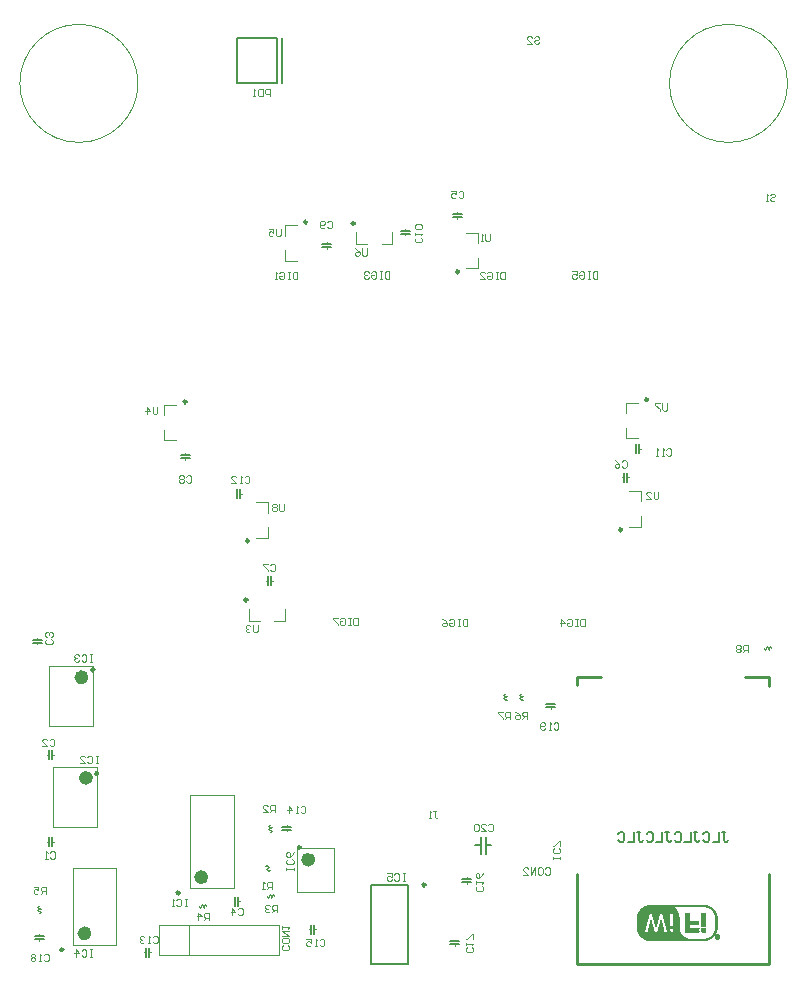
<source format=gbr>
%TF.GenerationSoftware,Altium Limited,Altium Designer,20.1.8 (145)*%
G04 Layer_Color=65535*
%FSLAX43Y43*%
%MOMM*%
%TF.SameCoordinates,D169B7AB-BDD6-48C1-BF66-756871F3EBFE*%
%TF.FilePolarity,Positive*%
%TF.FileFunction,Legend,Bot*%
%TF.Part,Single*%
G01*
G75*
%TA.AperFunction,NonConductor*%
%ADD80C,0.250*%
%ADD81C,0.600*%
%ADD82C,0.102*%
%ADD83C,0.254*%
%ADD84C,0.013*%
%ADD85C,0.152*%
%ADD86C,0.127*%
%ADD87C,0.150*%
D80*
X1003673Y1001657D02*
G03*
X1003673Y1001657I-125J0D01*
G01*
X1034350Y1007150D02*
G03*
X1034350Y1007150I-125J0D01*
G01*
X1013529Y1006468D02*
G03*
X1013529Y1006468I-125J0D01*
G01*
X1006600Y1016553D02*
G03*
X1006600Y1016553I-125J0D01*
G01*
X1006291Y1025362D02*
G03*
X1006291Y1025362I-125J0D01*
G01*
X1023793Y1010323D02*
G03*
X1023793Y1010323I-125J0D01*
G01*
X1037173Y1059056D02*
G03*
X1037173Y1059056I-125J0D01*
G01*
X1050984Y1037206D02*
G03*
X1050984Y1037206I-125J0D01*
G01*
X1019274Y1031264D02*
G03*
X1019274Y1031264I-125J0D01*
G01*
X1014122Y1048045D02*
G03*
X1014122Y1048045I-125J0D01*
G01*
X1024325Y1063253D02*
G03*
X1024325Y1063253I-125J0D01*
G01*
X1028350Y1063125D02*
G03*
X1028350Y1063125I-125J0D01*
G01*
X1053183Y1048235D02*
G03*
X1053183Y1048235I-125J0D01*
G01*
X1019390Y1036262D02*
G03*
X1019390Y1036262I-125J0D01*
G01*
D81*
X1005774Y1003033D02*
G03*
X1005774Y1003033I-300J0D01*
G01*
X1015655Y1007794D02*
G03*
X1015655Y1007794I-300J0D01*
G01*
X1005896Y1016202D02*
G03*
X1005896Y1016202I-300J0D01*
G01*
X1005515Y1024711D02*
G03*
X1005515Y1024711I-300J0D01*
G01*
X1024718Y1009279D02*
G03*
X1024718Y1009279I-300J0D01*
G01*
D82*
X1065000Y1075000D02*
G03*
X1065000Y1075000I-5000J0D01*
G01*
X1010000D02*
G03*
X1010000Y1075000I-5000J0D01*
G01*
X1004523Y1002082D02*
Y1008582D01*
X1008173Y1002082D02*
Y1008582D01*
X1004523Y1002082D02*
X1008173D01*
X1004523Y1008582D02*
X1008173D01*
X1001466Y1027495D02*
Y1027647D01*
Y1027901D02*
Y1028053D01*
X1018100Y1005774D02*
X1018252D01*
X1018506D02*
X1018658D01*
X1037048Y1063527D02*
Y1063679D01*
Y1063933D02*
Y1064085D01*
X1050994Y1041647D02*
X1051147D01*
X1051401D02*
X1051553D01*
X1021276Y1032881D02*
X1021428D01*
X1020870D02*
X1021022D01*
X1013997Y1043133D02*
Y1043285D01*
Y1043539D02*
Y1043692D01*
X1025974Y1060974D02*
Y1061126D01*
Y1061380D02*
Y1061532D01*
X1032650Y1062121D02*
Y1062273D01*
Y1062527D02*
Y1062679D01*
X1052460Y1044052D02*
X1052613D01*
X1052054D02*
X1052206D01*
X1018261Y1040257D02*
X1018413D01*
X1018667D02*
X1018819D01*
X1010538Y1001421D02*
X1010690D01*
X1010944D02*
X1011096D01*
X1037833Y1007246D02*
Y1007398D01*
Y1007652D02*
Y1007804D01*
X1036825Y1001946D02*
Y1002098D01*
Y1002352D02*
Y1002504D01*
X1022604Y1012082D02*
Y1012234D01*
Y1011676D02*
Y1011828D01*
X1024488Y1003400D02*
X1024640D01*
X1024894D02*
X1025046D01*
X1044950Y1022021D02*
Y1022174D01*
Y1022428D02*
Y1022580D01*
X1001641Y1002789D02*
Y1002941D01*
Y1002382D02*
Y1002535D01*
X1002699Y1010793D02*
X1002851D01*
X1002293D02*
X1002445D01*
X1002293Y1018159D02*
X1002445D01*
X1002699D02*
X1002851D01*
X1014404Y1006843D02*
Y1014743D01*
X1018104Y1006843D02*
Y1014743D01*
X1014404Y1006843D02*
X1018104D01*
X1014404Y1014743D02*
X1018104D01*
X1002847Y1012053D02*
X1006547D01*
X1002847Y1017153D02*
X1006547D01*
X1002847Y1012053D02*
Y1017153D01*
X1006547Y1012053D02*
Y1017153D01*
X1006166Y1020562D02*
Y1025662D01*
X1002466Y1020562D02*
Y1025662D01*
X1006166D01*
X1002466Y1020562D02*
X1006166D01*
X1026567Y1006530D02*
Y1010230D01*
X1023467Y1006530D02*
Y1010230D01*
Y1006530D02*
X1026567D01*
X1023467Y1010230D02*
X1026567D01*
X1038798Y1061457D02*
Y1062331D01*
X1037798D02*
X1038798D01*
Y1059331D02*
Y1060205D01*
X1037798Y1059331D02*
X1038798D01*
X1052609Y1039607D02*
Y1040481D01*
X1051609D02*
X1052609D01*
Y1037481D02*
Y1038355D01*
X1051609Y1037481D02*
X1052609D01*
X1021550Y1029514D02*
X1022424D01*
Y1030514D01*
X1019424Y1029514D02*
X1020298D01*
X1019424D02*
Y1030514D01*
X1012247Y1044770D02*
Y1045644D01*
Y1044770D02*
X1013247D01*
X1012247Y1046896D02*
Y1047770D01*
X1013247D01*
X1022450Y1059978D02*
Y1060852D01*
Y1059978D02*
X1023450D01*
X1022450Y1062104D02*
Y1062978D01*
X1023450D01*
X1030626Y1061375D02*
X1031500D01*
Y1062375D01*
X1028500Y1061375D02*
X1029374D01*
X1028500D02*
Y1062375D01*
X1051308Y1044960D02*
Y1045834D01*
Y1044960D02*
X1052308D01*
X1051308Y1047086D02*
Y1047960D01*
X1052308D01*
X1021015Y1038663D02*
Y1039537D01*
X1020015D02*
X1021015D01*
Y1036537D02*
Y1037411D01*
X1020015Y1036537D02*
X1021015D01*
X1020975Y1008293D02*
X1021140Y1008365D01*
X1020972Y1008431D02*
X1021140Y1008365D01*
X1020804Y1008496D02*
X1020972Y1008431D01*
X1020804Y1008496D02*
X1020969Y1008569D01*
X1021134Y1008641D01*
X1020966Y1008707D02*
X1021134Y1008641D01*
X1020798Y1008772D02*
X1020966Y1008707D01*
X1020798Y1008772D02*
X1020964Y1008845D01*
X1021207Y1011655D02*
X1021372Y1011727D01*
X1021204Y1011793D02*
X1021372Y1011727D01*
X1021036Y1011858D02*
X1021204Y1011793D01*
X1021036Y1011858D02*
X1021201Y1011931D01*
X1021366Y1012003D01*
X1021198Y1012069D02*
X1021366Y1012003D01*
X1021030Y1012134D02*
X1021198Y1012069D01*
X1021030Y1012134D02*
X1021196Y1012207D01*
X1041075Y1022758D02*
X1041240Y1022831D01*
X1041072Y1022896D02*
X1041240Y1022831D01*
X1040904Y1022962D02*
X1041072Y1022896D01*
X1040904Y1022962D02*
X1041069Y1023034D01*
X1041234Y1023106D01*
X1041066Y1023172D02*
X1041234Y1023106D01*
X1040898Y1023237D02*
X1041066Y1023172D01*
X1040898Y1023237D02*
X1041064Y1023310D01*
X1063528Y1027365D02*
X1063600Y1027200D01*
X1063462Y1027197D02*
X1063528Y1027365D01*
X1063397Y1027029D02*
X1063462Y1027197D01*
X1063324Y1027194D02*
X1063397Y1027029D01*
X1063252Y1027359D02*
X1063324Y1027194D01*
X1063186Y1027191D02*
X1063252Y1027359D01*
X1063121Y1027023D02*
X1063186Y1027191D01*
X1063048Y1027189D02*
X1063121Y1027023D01*
X1001650Y1004782D02*
X1001815Y1004854D01*
X1001647Y1004920D02*
X1001815Y1004854D01*
X1001479Y1004985D02*
X1001647Y1004920D01*
X1001479Y1004985D02*
X1001644Y1005058D01*
X1001809Y1005130D01*
X1001641Y1005196D02*
X1001809Y1005130D01*
X1001473Y1005261D02*
X1001641Y1005196D01*
X1001473Y1005261D02*
X1001639Y1005334D01*
X1042451Y1022758D02*
X1042616Y1022831D01*
X1042448Y1022896D02*
X1042616Y1022831D01*
X1042280Y1022962D02*
X1042448Y1022896D01*
X1042280Y1022962D02*
X1042445Y1023034D01*
X1042610Y1023106D01*
X1042442Y1023172D02*
X1042610Y1023106D01*
X1042274Y1023237D02*
X1042442Y1023172D01*
X1042274Y1023237D02*
X1042439Y1023310D01*
X1015687Y1005553D02*
X1015760Y1005387D01*
X1015622Y1005385D02*
X1015687Y1005553D01*
X1015556Y1005217D02*
X1015622Y1005385D01*
X1015484Y1005382D02*
X1015556Y1005217D01*
X1015411Y1005547D02*
X1015484Y1005382D01*
X1015346Y1005379D02*
X1015411Y1005547D01*
X1015280Y1005211D02*
X1015346Y1005379D01*
X1015208Y1005376D02*
X1015280Y1005211D01*
X1020952Y1006169D02*
X1021025Y1006004D01*
X1021090Y1006172D01*
X1021156Y1006340D01*
X1021228Y1006175D01*
X1021301Y1006010D01*
X1021366Y1006178D01*
X1021432Y1006346D01*
X1021504Y1006181D01*
X1011825Y1001233D02*
X1021985D01*
Y1003773D01*
X1011825D02*
X1021985D01*
X1011825Y1001233D02*
Y1003773D01*
X1014365Y1001233D02*
Y1003773D01*
X1043571Y1078868D02*
X1043672Y1078970D01*
X1043875D01*
X1043977Y1078868D01*
Y1078767D01*
X1043875Y1078665D01*
X1043672D01*
X1043571Y1078563D01*
Y1078462D01*
X1043672Y1078360D01*
X1043875D01*
X1043977Y1078462D01*
X1042961Y1078360D02*
X1043368D01*
X1042961Y1078767D01*
Y1078868D01*
X1043063Y1078970D01*
X1043266D01*
X1043368Y1078868D01*
X1021793Y1004829D02*
Y1005439D01*
X1021489D01*
X1021387Y1005337D01*
Y1005134D01*
X1021489Y1005032D01*
X1021793D01*
X1021590D02*
X1021387Y1004829D01*
X1021184Y1005337D02*
X1021082Y1005439D01*
X1020879D01*
X1020778Y1005337D01*
Y1005236D01*
X1020879Y1005134D01*
X1020981D01*
X1020879D01*
X1020778Y1005032D01*
Y1004931D01*
X1020879Y1004829D01*
X1021082D01*
X1021184Y1004931D01*
X1016004Y1004171D02*
Y1004780D01*
X1015699D01*
X1015598Y1004679D01*
Y1004476D01*
X1015699Y1004374D01*
X1016004D01*
X1015801D02*
X1015598Y1004171D01*
X1015090D02*
Y1004780D01*
X1015395Y1004476D01*
X1014988D01*
X1063548Y1065550D02*
X1063650Y1065651D01*
X1063853D01*
X1063954Y1065550D01*
Y1065448D01*
X1063853Y1065347D01*
X1063650D01*
X1063548Y1065245D01*
Y1065143D01*
X1063650Y1065042D01*
X1063853D01*
X1063954Y1065143D01*
X1063345Y1065042D02*
X1063142D01*
X1063244D01*
Y1065651D01*
X1063345Y1065550D01*
X1042965Y1021197D02*
Y1021806D01*
X1042660D01*
X1042559Y1021705D01*
Y1021502D01*
X1042660Y1021400D01*
X1042965D01*
X1042762D02*
X1042559Y1021197D01*
X1041949Y1021806D02*
X1042152Y1021705D01*
X1042356Y1021502D01*
Y1021298D01*
X1042254Y1021197D01*
X1042051D01*
X1041949Y1021298D01*
Y1021400D01*
X1042051Y1021502D01*
X1042356D01*
X1039646Y1012175D02*
X1039748Y1012276D01*
X1039951D01*
X1040053Y1012175D01*
Y1011768D01*
X1039951Y1011667D01*
X1039748D01*
X1039646Y1011768D01*
X1039037Y1011667D02*
X1039443D01*
X1039037Y1012073D01*
Y1012175D01*
X1039138Y1012276D01*
X1039342D01*
X1039443Y1012175D01*
X1038834D02*
X1038732Y1012276D01*
X1038529D01*
X1038427Y1012175D01*
Y1011768D01*
X1038529Y1011667D01*
X1038732D01*
X1038834Y1011768D01*
Y1012175D01*
X1035011Y1013403D02*
X1035214D01*
X1035112D01*
Y1012896D01*
X1035214Y1012794D01*
X1035315D01*
X1035417Y1012896D01*
X1034807Y1012794D02*
X1034604D01*
X1034706D01*
Y1013403D01*
X1034807Y1013302D01*
X1006627Y1018079D02*
X1006424D01*
X1006526D01*
Y1017470D01*
X1006627D01*
X1006424D01*
X1005713Y1017978D02*
X1005815Y1018079D01*
X1006018D01*
X1006119Y1017978D01*
Y1017571D01*
X1006018Y1017470D01*
X1005815D01*
X1005713Y1017571D01*
X1005104Y1017470D02*
X1005510D01*
X1005104Y1017876D01*
Y1017978D01*
X1005205Y1018079D01*
X1005408D01*
X1005510Y1017978D01*
X1002523Y1019423D02*
X1002624Y1019524D01*
X1002827D01*
X1002929Y1019423D01*
Y1019016D01*
X1002827Y1018915D01*
X1002624D01*
X1002523Y1019016D01*
X1001913Y1018915D02*
X1002319D01*
X1001913Y1019321D01*
Y1019423D01*
X1002015Y1019524D01*
X1002218D01*
X1002319Y1019423D01*
X1002550Y1009878D02*
X1002652Y1009980D01*
X1002855D01*
X1002956Y1009878D01*
Y1009472D01*
X1002855Y1009370D01*
X1002652D01*
X1002550Y1009472D01*
X1002347Y1009370D02*
X1002144D01*
X1002245D01*
Y1009980D01*
X1002347Y1009878D01*
X1045755Y1009313D02*
Y1009516D01*
Y1009415D01*
X1045145D01*
Y1009313D01*
Y1009516D01*
X1045653Y1010227D02*
X1045755Y1010126D01*
Y1009923D01*
X1045653Y1009821D01*
X1045247D01*
X1045145Y1009923D01*
Y1010126D01*
X1045247Y1010227D01*
X1045755Y1010431D02*
Y1010837D01*
X1045653D01*
X1045247Y1010431D01*
X1045145D01*
X1022358Y1039416D02*
Y1038909D01*
X1022256Y1038807D01*
X1022053D01*
X1021951Y1038909D01*
Y1039416D01*
X1021748Y1039315D02*
X1021647Y1039416D01*
X1021444D01*
X1021342Y1039315D01*
Y1039213D01*
X1021444Y1039112D01*
X1021342Y1039010D01*
Y1038909D01*
X1021444Y1038807D01*
X1021647D01*
X1021748Y1038909D01*
Y1039010D01*
X1021647Y1039112D01*
X1021748Y1039213D01*
Y1039315D01*
X1021647Y1039112D02*
X1021444D01*
X1054802Y1047908D02*
Y1047400D01*
X1054701Y1047299D01*
X1054498D01*
X1054396Y1047400D01*
Y1047908D01*
X1054193D02*
X1053787D01*
Y1047806D01*
X1054193Y1047400D01*
Y1047299D01*
X1029383Y1061030D02*
Y1060522D01*
X1029281Y1060420D01*
X1029078D01*
X1028977Y1060522D01*
Y1061030D01*
X1028367D02*
X1028570Y1060928D01*
X1028773Y1060725D01*
Y1060522D01*
X1028672Y1060420D01*
X1028469D01*
X1028367Y1060522D01*
Y1060623D01*
X1028469Y1060725D01*
X1028773D01*
X1022082Y1062677D02*
Y1062169D01*
X1021980Y1062068D01*
X1021777D01*
X1021675Y1062169D01*
Y1062677D01*
X1021066D02*
X1021472D01*
Y1062372D01*
X1021269Y1062474D01*
X1021168D01*
X1021066Y1062372D01*
Y1062169D01*
X1021168Y1062068D01*
X1021371D01*
X1021472Y1062169D01*
X1011643Y1047591D02*
Y1047083D01*
X1011542Y1046981D01*
X1011338D01*
X1011237Y1047083D01*
Y1047591D01*
X1010729Y1046981D02*
Y1047591D01*
X1011034Y1047286D01*
X1010627D01*
X1020133Y1029130D02*
Y1028622D01*
X1020031Y1028520D01*
X1019828D01*
X1019727Y1028622D01*
Y1029130D01*
X1019523Y1029028D02*
X1019422Y1029130D01*
X1019219D01*
X1019117Y1029028D01*
Y1028927D01*
X1019219Y1028825D01*
X1019320D01*
X1019219D01*
X1019117Y1028724D01*
Y1028622D01*
X1019219Y1028520D01*
X1019422D01*
X1019523Y1028622D01*
X1054068Y1040429D02*
Y1039921D01*
X1053967Y1039819D01*
X1053763D01*
X1053662Y1039921D01*
Y1040429D01*
X1053052Y1039819D02*
X1053459D01*
X1053052Y1040226D01*
Y1040327D01*
X1053154Y1040429D01*
X1053357D01*
X1053459Y1040327D01*
X1039832Y1062270D02*
Y1061762D01*
X1039730Y1061661D01*
X1039527D01*
X1039425Y1061762D01*
Y1062270D01*
X1039222Y1061661D02*
X1039019D01*
X1039121D01*
Y1062270D01*
X1039222Y1062169D01*
X1023493Y1059027D02*
Y1058418D01*
X1023188D01*
X1023087Y1058520D01*
Y1058926D01*
X1023188Y1059027D01*
X1023493D01*
X1022884D02*
X1022680D01*
X1022782D01*
Y1058418D01*
X1022884D01*
X1022680D01*
X1021969Y1058926D02*
X1022071Y1059027D01*
X1022274D01*
X1022376Y1058926D01*
Y1058520D01*
X1022274Y1058418D01*
X1022071D01*
X1021969Y1058520D01*
Y1058723D01*
X1022173D01*
X1021766Y1058418D02*
X1021563D01*
X1021665D01*
Y1059027D01*
X1021766Y1058926D01*
X1002185Y1006383D02*
Y1006992D01*
X1001880D01*
X1001779Y1006890D01*
Y1006687D01*
X1001880Y1006586D01*
X1002185D01*
X1001982D02*
X1001779Y1006383D01*
X1001169Y1006992D02*
X1001576D01*
Y1006687D01*
X1001373Y1006789D01*
X1001271D01*
X1001169Y1006687D01*
Y1006484D01*
X1001271Y1006383D01*
X1001474D01*
X1001576Y1006484D01*
X1006150Y1001679D02*
X1005947D01*
X1006049D01*
Y1001070D01*
X1006150D01*
X1005947D01*
X1005236Y1001577D02*
X1005338Y1001679D01*
X1005541D01*
X1005643Y1001577D01*
Y1001171D01*
X1005541Y1001070D01*
X1005338D01*
X1005236Y1001171D01*
X1004729Y1001070D02*
Y1001679D01*
X1005033Y1001374D01*
X1004627D01*
X1002022Y1001202D02*
X1002123Y1001304D01*
X1002326D01*
X1002428Y1001202D01*
Y1000796D01*
X1002326Y1000694D01*
X1002123D01*
X1002022Y1000796D01*
X1001818Y1000694D02*
X1001615D01*
X1001717D01*
Y1001304D01*
X1001818Y1001202D01*
X1001311D02*
X1001209Y1001304D01*
X1001006D01*
X1000904Y1001202D01*
Y1001101D01*
X1001006Y1000999D01*
X1000904Y1000898D01*
Y1000796D01*
X1001006Y1000694D01*
X1001209D01*
X1001311Y1000796D01*
Y1000898D01*
X1001209Y1000999D01*
X1001311Y1001101D01*
Y1001202D01*
X1001209Y1000999D02*
X1001006D01*
X1061639Y1026831D02*
Y1027440D01*
X1061334D01*
X1061232Y1027338D01*
Y1027135D01*
X1061334Y1027034D01*
X1061639D01*
X1061435D02*
X1061232Y1026831D01*
X1061029Y1027338D02*
X1060927Y1027440D01*
X1060724D01*
X1060623Y1027338D01*
Y1027237D01*
X1060724Y1027135D01*
X1060623Y1027034D01*
Y1026932D01*
X1060724Y1026831D01*
X1060927D01*
X1061029Y1026932D01*
Y1027034D01*
X1060927Y1027135D01*
X1061029Y1027237D01*
Y1027338D01*
X1060927Y1027135D02*
X1060724D01*
X1041478Y1021156D02*
Y1021765D01*
X1041173D01*
X1041071Y1021664D01*
Y1021460D01*
X1041173Y1021359D01*
X1041478D01*
X1041274D02*
X1041071Y1021156D01*
X1040868Y1021765D02*
X1040462D01*
Y1021664D01*
X1040868Y1021257D01*
Y1021156D01*
X1022729Y1002008D02*
X1022831Y1001906D01*
Y1001703D01*
X1022729Y1001602D01*
X1022323D01*
X1022221Y1001703D01*
Y1001906D01*
X1022323Y1002008D01*
X1022831Y1002516D02*
Y1002313D01*
X1022729Y1002211D01*
X1022323D01*
X1022221Y1002313D01*
Y1002516D01*
X1022323Y1002617D01*
X1022729D01*
X1022831Y1002516D01*
X1022221Y1002821D02*
X1022831D01*
X1022221Y1003227D01*
X1022831D01*
X1022221Y1003430D02*
Y1003633D01*
Y1003532D01*
X1022831D01*
X1022729Y1003430D01*
X1044464Y1008519D02*
X1044566Y1008621D01*
X1044769D01*
X1044870Y1008519D01*
Y1008113D01*
X1044769Y1008011D01*
X1044566D01*
X1044464Y1008113D01*
X1043956Y1008621D02*
X1044159D01*
X1044261Y1008519D01*
Y1008113D01*
X1044159Y1008011D01*
X1043956D01*
X1043855Y1008113D01*
Y1008519D01*
X1043956Y1008621D01*
X1043651Y1008011D02*
Y1008621D01*
X1043245Y1008011D01*
Y1008621D01*
X1042636Y1008011D02*
X1043042D01*
X1042636Y1008418D01*
Y1008519D01*
X1042737Y1008621D01*
X1042941D01*
X1043042Y1008519D01*
X1045188Y1020801D02*
X1045290Y1020903D01*
X1045493D01*
X1045594Y1020801D01*
Y1020395D01*
X1045493Y1020293D01*
X1045290D01*
X1045188Y1020395D01*
X1044985Y1020293D02*
X1044782D01*
X1044883D01*
Y1020903D01*
X1044985Y1020801D01*
X1044477Y1020395D02*
X1044375Y1020293D01*
X1044172D01*
X1044071Y1020395D01*
Y1020801D01*
X1044172Y1020903D01*
X1044375D01*
X1044477Y1020801D01*
Y1020699D01*
X1044375Y1020598D01*
X1044071D01*
X1021588Y1013276D02*
Y1013886D01*
X1021283D01*
X1021182Y1013784D01*
Y1013581D01*
X1021283Y1013479D01*
X1021588D01*
X1021385D02*
X1021182Y1013276D01*
X1020572D02*
X1020978D01*
X1020572Y1013683D01*
Y1013784D01*
X1020674Y1013886D01*
X1020877D01*
X1020978Y1013784D01*
X1021157Y1073918D02*
Y1074527D01*
X1020853D01*
X1020751Y1074425D01*
Y1074222D01*
X1020853Y1074121D01*
X1021157D01*
X1020548Y1074527D02*
Y1073918D01*
X1020243D01*
X1020142Y1074019D01*
Y1074425D01*
X1020243Y1074527D01*
X1020548D01*
X1019939Y1073918D02*
X1019735D01*
X1019837D01*
Y1074527D01*
X1019939Y1074425D01*
X1023175Y1008378D02*
Y1008581D01*
Y1008480D01*
X1022566D01*
Y1008378D01*
Y1008581D01*
X1023074Y1009292D02*
X1023175Y1009190D01*
Y1008987D01*
X1023074Y1008886D01*
X1022668D01*
X1022566Y1008987D01*
Y1009190D01*
X1022668Y1009292D01*
X1023175Y1009901D02*
X1023074Y1009698D01*
X1022871Y1009495D01*
X1022668D01*
X1022566Y1009597D01*
Y1009800D01*
X1022668Y1009901D01*
X1022769D01*
X1022871Y1009800D01*
Y1009495D01*
X1025376Y1002460D02*
X1025478Y1002562D01*
X1025681D01*
X1025783Y1002460D01*
Y1002054D01*
X1025681Y1001952D01*
X1025478D01*
X1025376Y1002054D01*
X1025173Y1001952D02*
X1024970D01*
X1025072D01*
Y1002562D01*
X1025173Y1002460D01*
X1024259Y1002562D02*
X1024666D01*
Y1002257D01*
X1024462Y1002359D01*
X1024361D01*
X1024259Y1002257D01*
Y1002054D01*
X1024361Y1001952D01*
X1024564D01*
X1024666Y1002054D01*
X1023772Y1013723D02*
X1023874Y1013824D01*
X1024077D01*
X1024178Y1013723D01*
Y1013316D01*
X1024077Y1013215D01*
X1023874D01*
X1023772Y1013316D01*
X1023569Y1013215D02*
X1023366D01*
X1023467D01*
Y1013824D01*
X1023569Y1013723D01*
X1022756Y1013215D02*
Y1013824D01*
X1023061Y1013520D01*
X1022655D01*
X1021341Y1006781D02*
Y1007391D01*
X1021036D01*
X1020935Y1007289D01*
Y1007086D01*
X1021036Y1006985D01*
X1021341D01*
X1021138D02*
X1020935Y1006781D01*
X1020732D02*
X1020528D01*
X1020630D01*
Y1007391D01*
X1020732Y1007289D01*
X1032608Y1008117D02*
X1032405D01*
X1032506D01*
Y1007508D01*
X1032608D01*
X1032405D01*
X1031694Y1008016D02*
X1031795Y1008117D01*
X1031998D01*
X1032100Y1008016D01*
Y1007610D01*
X1031998Y1007508D01*
X1031795D01*
X1031694Y1007610D01*
X1031084Y1008117D02*
X1031491D01*
Y1007813D01*
X1031287Y1007914D01*
X1031186D01*
X1031084Y1007813D01*
Y1007610D01*
X1031186Y1007508D01*
X1031389D01*
X1031491Y1007610D01*
X1006137Y1026655D02*
X1005934D01*
X1006035D01*
Y1026045D01*
X1006137D01*
X1005934D01*
X1005223Y1026553D02*
X1005324Y1026655D01*
X1005527D01*
X1005629Y1026553D01*
Y1026147D01*
X1005527Y1026045D01*
X1005324D01*
X1005223Y1026147D01*
X1005020Y1026553D02*
X1004918Y1026655D01*
X1004715D01*
X1004613Y1026553D01*
Y1026452D01*
X1004715Y1026350D01*
X1004816D01*
X1004715D01*
X1004613Y1026248D01*
Y1026147D01*
X1004715Y1026045D01*
X1004918D01*
X1005020Y1026147D01*
X1014166Y1005932D02*
X1013962D01*
X1014064D01*
Y1005323D01*
X1014166D01*
X1013962D01*
X1013251Y1005831D02*
X1013353Y1005932D01*
X1013556D01*
X1013658Y1005831D01*
Y1005424D01*
X1013556Y1005323D01*
X1013353D01*
X1013251Y1005424D01*
X1013048Y1005323D02*
X1012845D01*
X1012947D01*
Y1005932D01*
X1013048Y1005831D01*
X1028623Y1029767D02*
Y1029157D01*
X1028319D01*
X1028217Y1029259D01*
Y1029665D01*
X1028319Y1029767D01*
X1028623D01*
X1028014D02*
X1027811D01*
X1027912D01*
Y1029157D01*
X1028014D01*
X1027811D01*
X1027100Y1029665D02*
X1027202Y1029767D01*
X1027405D01*
X1027506Y1029665D01*
Y1029259D01*
X1027405Y1029157D01*
X1027202D01*
X1027100Y1029259D01*
Y1029462D01*
X1027303D01*
X1026897Y1029767D02*
X1026491D01*
Y1029665D01*
X1026897Y1029259D01*
Y1029157D01*
X1037894Y1029640D02*
Y1029030D01*
X1037590D01*
X1037488Y1029132D01*
Y1029538D01*
X1037590Y1029640D01*
X1037894D01*
X1037285D02*
X1037082D01*
X1037183D01*
Y1029030D01*
X1037285D01*
X1037082D01*
X1036371Y1029538D02*
X1036473Y1029640D01*
X1036676D01*
X1036777Y1029538D01*
Y1029132D01*
X1036676Y1029030D01*
X1036473D01*
X1036371Y1029132D01*
Y1029335D01*
X1036574D01*
X1035762Y1029640D02*
X1035965Y1029538D01*
X1036168Y1029335D01*
Y1029132D01*
X1036066Y1029030D01*
X1035863D01*
X1035762Y1029132D01*
Y1029233D01*
X1035863Y1029335D01*
X1036168D01*
X1048893Y1059084D02*
Y1058474D01*
X1048588D01*
X1048487Y1058576D01*
Y1058982D01*
X1048588Y1059084D01*
X1048893D01*
X1048284D02*
X1048080D01*
X1048182D01*
Y1058474D01*
X1048284D01*
X1048080D01*
X1047370Y1058982D02*
X1047471Y1059084D01*
X1047674D01*
X1047776Y1058982D01*
Y1058576D01*
X1047674Y1058474D01*
X1047471D01*
X1047370Y1058576D01*
Y1058779D01*
X1047573D01*
X1046760Y1059084D02*
X1047166D01*
Y1058779D01*
X1046963Y1058881D01*
X1046862D01*
X1046760Y1058779D01*
Y1058576D01*
X1046862Y1058474D01*
X1047065D01*
X1047166Y1058576D01*
X1047847Y1029640D02*
Y1029030D01*
X1047543D01*
X1047441Y1029132D01*
Y1029538D01*
X1047543Y1029640D01*
X1047847D01*
X1047238D02*
X1047035D01*
X1047136D01*
Y1029030D01*
X1047238D01*
X1047035D01*
X1046324Y1029538D02*
X1046425Y1029640D01*
X1046628D01*
X1046730Y1029538D01*
Y1029132D01*
X1046628Y1029030D01*
X1046425D01*
X1046324Y1029132D01*
Y1029335D01*
X1046527D01*
X1045816Y1029030D02*
Y1029640D01*
X1046121Y1029335D01*
X1045714D01*
X1031291Y1059084D02*
Y1058474D01*
X1030986D01*
X1030885Y1058576D01*
Y1058982D01*
X1030986Y1059084D01*
X1031291D01*
X1030681D02*
X1030478D01*
X1030580D01*
Y1058474D01*
X1030681D01*
X1030478D01*
X1029767Y1058982D02*
X1029869Y1059084D01*
X1030072D01*
X1030174Y1058982D01*
Y1058576D01*
X1030072Y1058474D01*
X1029869D01*
X1029767Y1058576D01*
Y1058779D01*
X1029970D01*
X1029564Y1058982D02*
X1029463Y1059084D01*
X1029259D01*
X1029158Y1058982D01*
Y1058881D01*
X1029259Y1058779D01*
X1029361D01*
X1029259D01*
X1029158Y1058677D01*
Y1058576D01*
X1029259Y1058474D01*
X1029463D01*
X1029564Y1058576D01*
X1041095Y1059027D02*
Y1058418D01*
X1040791D01*
X1040689Y1058520D01*
Y1058926D01*
X1040791Y1059027D01*
X1041095D01*
X1040486D02*
X1040283D01*
X1040384D01*
Y1058418D01*
X1040486D01*
X1040283D01*
X1039572Y1058926D02*
X1039673Y1059027D01*
X1039876D01*
X1039978Y1058926D01*
Y1058520D01*
X1039876Y1058418D01*
X1039673D01*
X1039572Y1058520D01*
Y1058723D01*
X1039775D01*
X1038962Y1058418D02*
X1039369D01*
X1038962Y1058824D01*
Y1058926D01*
X1039064Y1059027D01*
X1039267D01*
X1039369Y1058926D01*
X1038303Y1001845D02*
X1038405Y1001743D01*
Y1001540D01*
X1038303Y1001438D01*
X1037897D01*
X1037795Y1001540D01*
Y1001743D01*
X1037897Y1001845D01*
X1037795Y1002048D02*
Y1002251D01*
Y1002149D01*
X1038405D01*
X1038303Y1002048D01*
X1038405Y1002556D02*
Y1002962D01*
X1038303D01*
X1037897Y1002556D01*
X1037795D01*
X1039119Y1007041D02*
X1039220Y1006939D01*
Y1006736D01*
X1039119Y1006635D01*
X1038712D01*
X1038611Y1006736D01*
Y1006939D01*
X1038712Y1007041D01*
X1038611Y1007244D02*
Y1007447D01*
Y1007346D01*
X1039220D01*
X1039119Y1007244D01*
X1039220Y1008158D02*
X1039119Y1007955D01*
X1038916Y1007752D01*
X1038712D01*
X1038611Y1007853D01*
Y1008057D01*
X1038712Y1008158D01*
X1038814D01*
X1038916Y1008057D01*
Y1007752D01*
X1011258Y1002717D02*
X1011359Y1002819D01*
X1011562D01*
X1011664Y1002717D01*
Y1002311D01*
X1011562Y1002209D01*
X1011359D01*
X1011258Y1002311D01*
X1011054Y1002209D02*
X1010851D01*
X1010953D01*
Y1002819D01*
X1011054Y1002717D01*
X1010547D02*
X1010445Y1002819D01*
X1010242D01*
X1010140Y1002717D01*
Y1002616D01*
X1010242Y1002514D01*
X1010343D01*
X1010242D01*
X1010140Y1002412D01*
Y1002311D01*
X1010242Y1002209D01*
X1010445D01*
X1010547Y1002311D01*
X1019035Y1041656D02*
X1019137Y1041757D01*
X1019340D01*
X1019442Y1041656D01*
Y1041249D01*
X1019340Y1041148D01*
X1019137D01*
X1019035Y1041249D01*
X1018832Y1041148D02*
X1018629D01*
X1018731D01*
Y1041757D01*
X1018832Y1041656D01*
X1017918Y1041148D02*
X1018324D01*
X1017918Y1041554D01*
Y1041656D01*
X1018020Y1041757D01*
X1018223D01*
X1018324Y1041656D01*
X1054746Y1044001D02*
X1054848Y1044103D01*
X1055051D01*
X1055153Y1044001D01*
Y1043595D01*
X1055051Y1043493D01*
X1054848D01*
X1054746Y1043595D01*
X1054543Y1043493D02*
X1054340D01*
X1054442D01*
Y1044103D01*
X1054543Y1044001D01*
X1054035Y1043493D02*
X1053832D01*
X1053934D01*
Y1044103D01*
X1054035Y1044001D01*
X1033978Y1061944D02*
X1034079Y1061843D01*
Y1061640D01*
X1033978Y1061538D01*
X1033572D01*
X1033470Y1061640D01*
Y1061843D01*
X1033572Y1061944D01*
X1033470Y1062148D02*
Y1062351D01*
Y1062249D01*
X1034079D01*
X1033978Y1062148D01*
Y1062656D02*
X1034079Y1062757D01*
Y1062960D01*
X1033978Y1063062D01*
X1033572D01*
X1033470Y1062960D01*
Y1062757D01*
X1033572Y1062656D01*
X1033978D01*
X1026048Y1063242D02*
X1026150Y1063344D01*
X1026353D01*
X1026455Y1063242D01*
Y1062836D01*
X1026353Y1062734D01*
X1026150D01*
X1026048Y1062836D01*
X1025845D02*
X1025744Y1062734D01*
X1025541D01*
X1025439Y1062836D01*
Y1063242D01*
X1025541Y1063344D01*
X1025744D01*
X1025845Y1063242D01*
Y1063140D01*
X1025744Y1063039D01*
X1025439D01*
X1014099Y1041710D02*
X1014200Y1041812D01*
X1014404D01*
X1014505Y1041710D01*
Y1041304D01*
X1014404Y1041203D01*
X1014200D01*
X1014099Y1041304D01*
X1013896Y1041710D02*
X1013794Y1041812D01*
X1013591D01*
X1013489Y1041710D01*
Y1041609D01*
X1013591Y1041507D01*
X1013489Y1041406D01*
Y1041304D01*
X1013591Y1041203D01*
X1013794D01*
X1013896Y1041304D01*
Y1041406D01*
X1013794Y1041507D01*
X1013896Y1041609D01*
Y1041710D01*
X1013794Y1041507D02*
X1013591D01*
X1021216Y1034192D02*
X1021318Y1034294D01*
X1021521D01*
X1021623Y1034192D01*
Y1033786D01*
X1021521Y1033685D01*
X1021318D01*
X1021216Y1033786D01*
X1021013Y1034294D02*
X1020607D01*
Y1034192D01*
X1021013Y1033786D01*
Y1033685D01*
X1050973Y1042980D02*
X1051074Y1043082D01*
X1051277D01*
X1051379Y1042980D01*
Y1042574D01*
X1051277Y1042472D01*
X1051074D01*
X1050973Y1042574D01*
X1050363Y1043082D02*
X1050567Y1042980D01*
X1050770Y1042777D01*
Y1042574D01*
X1050668Y1042472D01*
X1050465D01*
X1050363Y1042574D01*
Y1042675D01*
X1050465Y1042777D01*
X1050770D01*
X1037157Y1065804D02*
X1037258Y1065905D01*
X1037462D01*
X1037563Y1065804D01*
Y1065397D01*
X1037462Y1065296D01*
X1037258D01*
X1037157Y1065397D01*
X1036547Y1065905D02*
X1036954D01*
Y1065601D01*
X1036751Y1065702D01*
X1036649D01*
X1036547Y1065601D01*
Y1065397D01*
X1036649Y1065296D01*
X1036852D01*
X1036954Y1065397D01*
X1018453Y1005080D02*
X1018554Y1005182D01*
X1018757D01*
X1018859Y1005080D01*
Y1004674D01*
X1018757Y1004572D01*
X1018554D01*
X1018453Y1004674D01*
X1017945Y1004572D02*
Y1005182D01*
X1018250Y1004877D01*
X1017843D01*
X1002665Y1027917D02*
X1002766Y1027816D01*
Y1027613D01*
X1002665Y1027511D01*
X1002258D01*
X1002157Y1027613D01*
Y1027816D01*
X1002258Y1027917D01*
X1002665Y1028120D02*
X1002766Y1028222D01*
Y1028425D01*
X1002665Y1028527D01*
X1002563D01*
X1002461Y1028425D01*
Y1028324D01*
Y1028425D01*
X1002360Y1028527D01*
X1002258D01*
X1002157Y1028425D01*
Y1028222D01*
X1002258Y1028120D01*
D83*
X1047175Y1000445D02*
X1063431D01*
Y1008065D01*
Y1023940D02*
Y1024702D01*
X1061399D02*
X1063431D01*
X1047175D02*
X1049207D01*
X1047175Y1024067D02*
Y1024702D01*
Y1000445D02*
Y1008065D01*
D84*
X1053233Y1002477D02*
X1058008D01*
X1053156Y1002490D02*
X1058084D01*
X1053106Y1002502D02*
X1058135D01*
X1053055Y1002515D02*
X1058186D01*
X1053017Y1002528D02*
X1058224D01*
X1052979Y1002541D02*
X1058262D01*
X1052953Y1002553D02*
X1058287D01*
X1052915Y1002566D02*
X1058325D01*
X1058960D02*
X1059087D01*
X1052890Y1002579D02*
X1058351D01*
X1058922D02*
X1059113D01*
X1052864Y1002591D02*
X1056598D01*
X1058033D02*
X1058376D01*
X1058909D02*
X1059138D01*
X1052839Y1002604D02*
X1056522D01*
X1058097D02*
X1058401D01*
X1058897D02*
X1058986D01*
X1059062D02*
X1059151D01*
X1052813Y1002617D02*
X1056484D01*
X1058147D02*
X1058427D01*
X1058871D02*
X1058948D01*
X1059100D02*
X1059163D01*
X1052801Y1002629D02*
X1056433D01*
X1058198D02*
X1058440D01*
X1058871D02*
X1058935D01*
X1059113D02*
X1059176D01*
X1052775Y1002642D02*
X1056408D01*
X1058236D02*
X1058465D01*
X1058859D02*
X1058909D01*
X1059125D02*
X1059189D01*
X1052750Y1002655D02*
X1056369D01*
X1058262D02*
X1058478D01*
X1058846D02*
X1058897D01*
X1058935D02*
X1059049D01*
X1059138D02*
X1059189D01*
X1052737Y1002668D02*
X1056344D01*
X1058300D02*
X1058503D01*
X1058846D02*
X1058897D01*
X1058935D02*
X1059087D01*
X1059151D02*
X1059202D01*
X1052724Y1002680D02*
X1056319D01*
X1058325D02*
X1058516D01*
X1058833D02*
X1058884D01*
X1058935D02*
X1059100D01*
X1059163D02*
X1059202D01*
X1052699Y1002693D02*
X1056293D01*
X1058351D02*
X1058541D01*
X1058833D02*
X1058884D01*
X1058935D02*
X1058973D01*
X1059036D02*
X1059100D01*
X1059163D02*
X1059214D01*
X1052686Y1002706D02*
X1056268D01*
X1058376D02*
X1058554D01*
X1058833D02*
X1058871D01*
X1058935D02*
X1058973D01*
X1059049D02*
X1059100D01*
X1059176D02*
X1059214D01*
X1052674Y1002718D02*
X1056242D01*
X1058389D02*
X1058567D01*
X1058821D02*
X1058871D01*
X1058935D02*
X1058973D01*
X1059049D02*
X1059100D01*
X1059176D02*
X1059214D01*
X1052648Y1002731D02*
X1056230D01*
X1058414D02*
X1058592D01*
X1058821D02*
X1058871D01*
X1058935D02*
X1058973D01*
X1059049D02*
X1059100D01*
X1059176D02*
X1059214D01*
X1052636Y1002744D02*
X1056204D01*
X1058427D02*
X1058605D01*
X1058821D02*
X1058871D01*
X1058935D02*
X1059100D01*
X1059176D02*
X1059227D01*
X1052623Y1002756D02*
X1056192D01*
X1058452D02*
X1058617D01*
X1058821D02*
X1058871D01*
X1058935D02*
X1059087D01*
X1059176D02*
X1059227D01*
X1052610Y1002769D02*
X1056166D01*
X1058465D02*
X1058630D01*
X1058821D02*
X1058859D01*
X1058935D02*
X1059062D01*
X1059176D02*
X1059227D01*
X1052598Y1002782D02*
X1056154D01*
X1058490D02*
X1058643D01*
X1058821D02*
X1058871D01*
X1058935D02*
X1058973D01*
X1058998D02*
X1059062D01*
X1059176D02*
X1059227D01*
X1052585Y1002795D02*
X1056141D01*
X1058503D02*
X1058655D01*
X1058821D02*
X1058871D01*
X1058935D02*
X1058973D01*
X1059024D02*
X1059075D01*
X1059176D02*
X1059214D01*
X1052572Y1002807D02*
X1056128D01*
X1058516D02*
X1058668D01*
X1058821D02*
X1058871D01*
X1058935D02*
X1058973D01*
X1059024D02*
X1059087D01*
X1059176D02*
X1059214D01*
X1052559Y1002820D02*
X1056103D01*
X1058541D02*
X1058681D01*
X1058833D02*
X1058871D01*
X1058935D02*
X1058973D01*
X1059036D02*
X1059087D01*
X1059163D02*
X1059214D01*
X1052547Y1002833D02*
X1056090D01*
X1058554D02*
X1058693D01*
X1058833D02*
X1058884D01*
X1058935D02*
X1058973D01*
X1059049D02*
X1059100D01*
X1059163D02*
X1059214D01*
X1052534Y1002845D02*
X1056077D01*
X1058567D02*
X1058706D01*
X1058846D02*
X1058884D01*
X1058935D02*
X1058973D01*
X1059049D02*
X1059113D01*
X1059151D02*
X1059202D01*
X1052521Y1002858D02*
X1056065D01*
X1058579D02*
X1058719D01*
X1058846D02*
X1058897D01*
X1058935D02*
X1058973D01*
X1059062D02*
X1059113D01*
X1059151D02*
X1059202D01*
X1052509Y1002871D02*
X1056052D01*
X1058592D02*
X1058732D01*
X1058859D02*
X1058909D01*
X1059138D02*
X1059189D01*
X1052496Y1002883D02*
X1056039D01*
X1058605D02*
X1058732D01*
X1058859D02*
X1058922D01*
X1059113D02*
X1059176D01*
X1052496Y1002896D02*
X1056026D01*
X1058617D02*
X1058744D01*
X1058871D02*
X1058948D01*
X1059100D02*
X1059163D01*
X1052483Y1002909D02*
X1056026D01*
X1058630D02*
X1058757D01*
X1058884D02*
X1058973D01*
X1059075D02*
X1059151D01*
X1052471Y1002922D02*
X1056014D01*
X1058643D02*
X1058770D01*
X1058909D02*
X1059138D01*
X1052458Y1002934D02*
X1056001D01*
X1058643D02*
X1058782D01*
X1058922D02*
X1059125D01*
X1052458Y1002947D02*
X1055988D01*
X1058655D02*
X1058782D01*
X1058960D02*
X1059087D01*
X1052445Y1002960D02*
X1055976D01*
X1058668D02*
X1058795D01*
X1052432Y1002972D02*
X1055963D01*
X1058681D02*
X1058808D01*
X1052420Y1002985D02*
X1055963D01*
X1058693D02*
X1058808D01*
X1052420Y1002998D02*
X1055950D01*
X1058693D02*
X1058821D01*
X1052407Y1003010D02*
X1055938D01*
X1058706D02*
X1058833D01*
X1052407Y1003023D02*
X1055938D01*
X1058719D02*
X1058833D01*
X1052394Y1003036D02*
X1055925D01*
X1058719D02*
X1058846D01*
X1052382Y1003049D02*
X1055912D01*
X1058732D02*
X1058846D01*
X1052382Y1003061D02*
X1055912D01*
X1058744D02*
X1058859D01*
X1052369Y1003074D02*
X1055900D01*
X1058744D02*
X1058871D01*
X1052369Y1003087D02*
X1055900D01*
X1058757D02*
X1058871D01*
X1052356Y1003099D02*
X1055887D01*
X1058757D02*
X1058884D01*
X1052356Y1003112D02*
X1055887D01*
X1058770D02*
X1058884D01*
X1052344Y1003125D02*
X1055874D01*
X1058782D02*
X1058897D01*
X1052344Y1003137D02*
X1055125D01*
X1055188D02*
X1055874D01*
X1057817D02*
X1057868D01*
X1058782D02*
X1058897D01*
X1052331Y1003150D02*
X1055074D01*
X1055226D02*
X1055861D01*
X1057766D02*
X1057919D01*
X1058795D02*
X1058897D01*
X1052331Y1003163D02*
X1055049D01*
X1055252D02*
X1055861D01*
X1057741D02*
X1057944D01*
X1058795D02*
X1058909D01*
X1052331Y1003176D02*
X1052839D01*
X1052852D02*
X1052864D01*
X1053093D02*
X1053118D01*
X1053131D02*
X1053677D01*
X1053906D02*
X1053918D01*
X1053931D02*
X1053956D01*
X1053969D02*
X1054503D01*
X1054782D02*
X1054795D01*
X1054807D02*
X1055036D01*
X1055277D02*
X1055849D01*
X1057728D02*
X1057970D01*
X1058795D02*
X1058909D01*
X1052318Y1003188D02*
X1052826D01*
X1053169D02*
X1053677D01*
X1053969D02*
X1054490D01*
X1054807D02*
X1055023D01*
X1055290D02*
X1055849D01*
X1056293D02*
X1057449D01*
X1057716D02*
X1057982D01*
X1058808D02*
X1058922D01*
X1052318Y1003201D02*
X1052826D01*
X1053169D02*
X1053677D01*
X1053982D02*
X1054490D01*
X1054807D02*
X1055010D01*
X1055303D02*
X1055849D01*
X1056293D02*
X1057462D01*
X1057703D02*
X1057995D01*
X1058808D02*
X1058922D01*
X1052305Y1003214D02*
X1052839D01*
X1053169D02*
X1053664D01*
X1053982D02*
X1054490D01*
X1054795D02*
X1054998D01*
X1055315D02*
X1055836D01*
X1056293D02*
X1057449D01*
X1057690D02*
X1057995D01*
X1058821D02*
X1058922D01*
X1052305Y1003226D02*
X1052839D01*
X1053169D02*
X1053664D01*
X1053982D02*
X1054477D01*
X1054795D02*
X1054985D01*
X1055315D02*
X1055836D01*
X1056293D02*
X1057449D01*
X1057677D02*
X1058008D01*
X1058821D02*
X1058935D01*
X1052305Y1003239D02*
X1052839D01*
X1053182D02*
X1053664D01*
X1053982D02*
X1054477D01*
X1054795D02*
X1054985D01*
X1055328D02*
X1055823D01*
X1056293D02*
X1057449D01*
X1057677D02*
X1058020D01*
X1058821D02*
X1058935D01*
X1052293Y1003252D02*
X1052839D01*
X1053182D02*
X1053652D01*
X1053995D02*
X1054477D01*
X1054795D02*
X1054972D01*
X1055328D02*
X1055823D01*
X1056293D02*
X1057449D01*
X1057665D02*
X1058020D01*
X1058833D02*
X1058948D01*
X1052293Y1003264D02*
X1052852D01*
X1053182D02*
X1053652D01*
X1053995D02*
X1054477D01*
X1054782D02*
X1054972D01*
X1055341D02*
X1055823D01*
X1056293D02*
X1057449D01*
X1057665D02*
X1058033D01*
X1058833D02*
X1058948D01*
X1052293Y1003277D02*
X1052852D01*
X1053182D02*
X1053652D01*
X1053995D02*
X1054477D01*
X1054782D02*
X1054972D01*
X1055341D02*
X1055811D01*
X1056293D02*
X1057449D01*
X1057665D02*
X1058033D01*
X1058846D02*
X1058948D01*
X1052280Y1003290D02*
X1052852D01*
X1053194D02*
X1053639D01*
X1054007D02*
X1054464D01*
X1054782D02*
X1054960D01*
X1055341D02*
X1055811D01*
X1056293D02*
X1057449D01*
X1057652D02*
X1058033D01*
X1058846D02*
X1058948D01*
X1052280Y1003303D02*
X1052852D01*
X1053194D02*
X1053639D01*
X1054007D02*
X1054464D01*
X1054782D02*
X1054960D01*
X1055341D02*
X1055811D01*
X1056293D02*
X1057449D01*
X1057652D02*
X1058033D01*
X1058846D02*
X1058960D01*
X1052280Y1003315D02*
X1052864D01*
X1053194D02*
X1053639D01*
X1054007D02*
X1054464D01*
X1054769D02*
X1054960D01*
X1055341D02*
X1055811D01*
X1056293D02*
X1057449D01*
X1057652D02*
X1058033D01*
X1058846D02*
X1058960D01*
X1052280Y1003328D02*
X1052864D01*
X1053194D02*
X1053639D01*
X1054007D02*
X1054464D01*
X1054769D02*
X1054960D01*
X1055353D02*
X1055798D01*
X1056293D02*
X1057449D01*
X1057652D02*
X1058033D01*
X1058859D02*
X1058960D01*
X1052267Y1003341D02*
X1052864D01*
X1053194D02*
X1053626D01*
X1054020D02*
X1054452D01*
X1054769D02*
X1054960D01*
X1055341D02*
X1055798D01*
X1056293D02*
X1057449D01*
X1057652D02*
X1058033D01*
X1058859D02*
X1058973D01*
X1052267Y1003353D02*
X1052864D01*
X1053207D02*
X1053626D01*
X1054020D02*
X1054452D01*
X1054769D02*
X1054960D01*
X1055341D02*
X1055798D01*
X1056293D02*
X1057449D01*
X1057652D02*
X1058033D01*
X1058859D02*
X1058973D01*
X1052267Y1003366D02*
X1052877D01*
X1053207D02*
X1053626D01*
X1054020D02*
X1054452D01*
X1054757D02*
X1054972D01*
X1055341D02*
X1055798D01*
X1056293D02*
X1057449D01*
X1057652D02*
X1058033D01*
X1058859D02*
X1058973D01*
X1052267Y1003379D02*
X1052877D01*
X1053207D02*
X1053614D01*
X1054033D02*
X1054452D01*
X1054757D02*
X1054972D01*
X1055341D02*
X1055785D01*
X1056293D02*
X1057449D01*
X1057665D02*
X1058033D01*
X1058871D02*
X1058973D01*
X1052267Y1003391D02*
X1052877D01*
X1053207D02*
X1053614D01*
X1054033D02*
X1054439D01*
X1054757D02*
X1054972D01*
X1055341D02*
X1055785D01*
X1056293D02*
X1057449D01*
X1057665D02*
X1058020D01*
X1058871D02*
X1058973D01*
X1052255Y1003404D02*
X1052890D01*
X1053220D02*
X1053614D01*
X1054033D02*
X1054439D01*
X1054757D02*
X1054972D01*
X1055328D02*
X1055785D01*
X1056293D02*
X1057449D01*
X1057665D02*
X1058020D01*
X1058871D02*
X1058986D01*
X1052255Y1003417D02*
X1052890D01*
X1053220D02*
X1053614D01*
X1054033D02*
X1054439D01*
X1054744D02*
X1054985D01*
X1055328D02*
X1055785D01*
X1056293D02*
X1057449D01*
X1057677D02*
X1058020D01*
X1058871D02*
X1058986D01*
X1052255Y1003430D02*
X1052890D01*
X1053220D02*
X1053601D01*
X1054045D02*
X1054439D01*
X1054744D02*
X1054985D01*
X1055315D02*
X1055785D01*
X1056293D02*
X1057449D01*
X1057677D02*
X1058008D01*
X1058871D02*
X1058986D01*
X1052255Y1003442D02*
X1052890D01*
X1053220D02*
X1053601D01*
X1054045D02*
X1054426D01*
X1054744D02*
X1054998D01*
X1055303D02*
X1055785D01*
X1056293D02*
X1057449D01*
X1057690D02*
X1057995D01*
X1058884D02*
X1058986D01*
X1052255Y1003455D02*
X1052902D01*
X1053220D02*
X1053601D01*
X1054045D02*
X1054426D01*
X1054731D02*
X1055010D01*
X1055303D02*
X1055785D01*
X1056293D02*
X1057449D01*
X1057703D02*
X1057995D01*
X1058884D02*
X1058986D01*
X1052255Y1003468D02*
X1052902D01*
X1053233D02*
X1053588D01*
X1054058D02*
X1054426D01*
X1054731D02*
X1055023D01*
X1055290D02*
X1055773D01*
X1056293D02*
X1057462D01*
X1057716D02*
X1057982D01*
X1058884D02*
X1058986D01*
X1052255Y1003480D02*
X1052902D01*
X1053233D02*
X1053588D01*
X1054058D02*
X1054426D01*
X1054731D02*
X1055036D01*
X1055277D02*
X1055773D01*
X1056293D02*
X1057449D01*
X1057728D02*
X1057957D01*
X1058884D02*
X1058986D01*
X1052242Y1003493D02*
X1052902D01*
X1053233D02*
X1053588D01*
X1054058D02*
X1054426D01*
X1054731D02*
X1055061D01*
X1055252D02*
X1055773D01*
X1056293D02*
X1056636D01*
X1057741D02*
X1057944D01*
X1058884D02*
X1058998D01*
X1052242Y1003506D02*
X1052915D01*
X1053233D02*
X1053575D01*
X1054058D02*
X1054414D01*
X1054718D02*
X1055087D01*
X1055226D02*
X1055773D01*
X1056293D02*
X1056636D01*
X1057779D02*
X1057919D01*
X1058884D02*
X1058998D01*
X1052242Y1003518D02*
X1052915D01*
X1053245D02*
X1053575D01*
X1054071D02*
X1054414D01*
X1054718D02*
X1055138D01*
X1055150D02*
X1055773D01*
X1056293D02*
X1056636D01*
X1057830D02*
X1057843D01*
X1058884D02*
X1058998D01*
X1052242Y1003531D02*
X1052915D01*
X1053245D02*
X1053575D01*
X1054071D02*
X1054414D01*
X1054718D02*
X1055773D01*
X1056293D02*
X1056636D01*
X1058884D02*
X1058998D01*
X1052242Y1003544D02*
X1052915D01*
X1053245D02*
X1053575D01*
X1054071D02*
X1054414D01*
X1054718D02*
X1055773D01*
X1056293D02*
X1056636D01*
X1058884D02*
X1058998D01*
X1052242Y1003557D02*
X1052928D01*
X1053245D02*
X1053563D01*
X1054083D02*
X1054414D01*
X1054706D02*
X1055773D01*
X1056293D02*
X1056636D01*
X1058884D02*
X1058998D01*
X1052242Y1003569D02*
X1052928D01*
X1053245D02*
X1053563D01*
X1054083D02*
X1054401D01*
X1054706D02*
X1055773D01*
X1056293D02*
X1056636D01*
X1058884D02*
X1058998D01*
X1052242Y1003582D02*
X1052928D01*
X1053258D02*
X1053563D01*
X1054083D02*
X1054401D01*
X1054706D02*
X1055773D01*
X1056293D02*
X1056636D01*
X1058884D02*
X1058998D01*
X1052242Y1003595D02*
X1052940D01*
X1053258D02*
X1053550D01*
X1054083D02*
X1054401D01*
X1054706D02*
X1055773D01*
X1056293D02*
X1056636D01*
X1058884D02*
X1058998D01*
X1052242Y1003607D02*
X1052940D01*
X1053258D02*
X1053550D01*
X1054096D02*
X1054401D01*
X1054693D02*
X1055773D01*
X1056293D02*
X1056636D01*
X1058884D02*
X1058998D01*
X1052242Y1003620D02*
X1052940D01*
X1053258D02*
X1053550D01*
X1054096D02*
X1054388D01*
X1054693D02*
X1055773D01*
X1056293D02*
X1056636D01*
X1058884D02*
X1058998D01*
X1052242Y1003633D02*
X1052940D01*
X1053271D02*
X1053550D01*
X1054096D02*
X1054388D01*
X1054693D02*
X1055773D01*
X1056293D02*
X1056636D01*
X1058884D02*
X1058998D01*
X1052242Y1003645D02*
X1052953D01*
X1053271D02*
X1053537D01*
X1054109D02*
X1054388D01*
X1054693D02*
X1055773D01*
X1056293D02*
X1056636D01*
X1058884D02*
X1058998D01*
X1052242Y1003658D02*
X1052953D01*
X1053271D02*
X1053537D01*
X1054109D02*
X1054388D01*
X1054680D02*
X1055773D01*
X1056293D02*
X1056636D01*
X1058884D02*
X1058998D01*
X1052242Y1003671D02*
X1052953D01*
X1053271D02*
X1053537D01*
X1053804D02*
X1053817D01*
X1054109D02*
X1054375D01*
X1054680D02*
X1054985D01*
X1055315D02*
X1055773D01*
X1056293D02*
X1056636D01*
X1057677D02*
X1058008D01*
X1058884D02*
X1058998D01*
X1052242Y1003684D02*
X1052953D01*
X1053283D02*
X1053525D01*
X1053804D02*
X1053829D01*
X1054109D02*
X1054375D01*
X1054680D02*
X1054985D01*
X1055315D02*
X1055773D01*
X1056293D02*
X1056636D01*
X1057677D02*
X1058008D01*
X1058884D02*
X1058998D01*
X1052242Y1003696D02*
X1052966D01*
X1053283D02*
X1053525D01*
X1053804D02*
X1053829D01*
X1054122D02*
X1054375D01*
X1054668D02*
X1054985D01*
X1055315D02*
X1055773D01*
X1056293D02*
X1056636D01*
X1057677D02*
X1058008D01*
X1058884D02*
X1058998D01*
X1052242Y1003709D02*
X1052966D01*
X1053283D02*
X1053525D01*
X1053804D02*
X1053829D01*
X1054122D02*
X1054375D01*
X1054668D02*
X1054985D01*
X1055315D02*
X1055773D01*
X1056293D02*
X1056636D01*
X1057677D02*
X1058008D01*
X1058884D02*
X1058998D01*
X1052242Y1003722D02*
X1052966D01*
X1053283D02*
X1053512D01*
X1053791D02*
X1053829D01*
X1054122D02*
X1054363D01*
X1054668D02*
X1054985D01*
X1055315D02*
X1055773D01*
X1056293D02*
X1056636D01*
X1057677D02*
X1058008D01*
X1058884D02*
X1058998D01*
X1052242Y1003734D02*
X1052966D01*
X1053283D02*
X1053512D01*
X1053791D02*
X1053842D01*
X1054122D02*
X1054363D01*
X1054668D02*
X1054998D01*
X1055315D02*
X1055773D01*
X1056293D02*
X1056636D01*
X1057677D02*
X1058008D01*
X1058884D02*
X1058998D01*
X1052242Y1003747D02*
X1052979D01*
X1053296D02*
X1053512D01*
X1053791D02*
X1053842D01*
X1054134D02*
X1054363D01*
X1054655D02*
X1054985D01*
X1055315D02*
X1055773D01*
X1056293D02*
X1056636D01*
X1057677D02*
X1058008D01*
X1058884D02*
X1058998D01*
X1052242Y1003760D02*
X1052979D01*
X1053296D02*
X1053512D01*
X1053779D02*
X1053842D01*
X1054134D02*
X1054363D01*
X1054655D02*
X1054985D01*
X1055315D02*
X1055773D01*
X1056293D02*
X1056636D01*
X1057677D02*
X1058008D01*
X1058884D02*
X1058998D01*
X1052242Y1003772D02*
X1052979D01*
X1053296D02*
X1053499D01*
X1053779D02*
X1053855D01*
X1054134D02*
X1054363D01*
X1054655D02*
X1054985D01*
X1055315D02*
X1055773D01*
X1056293D02*
X1056636D01*
X1057677D02*
X1058008D01*
X1058884D02*
X1058998D01*
X1052242Y1003785D02*
X1052991D01*
X1053296D02*
X1053499D01*
X1053779D02*
X1053855D01*
X1054147D02*
X1054350D01*
X1054655D02*
X1054985D01*
X1055315D02*
X1055773D01*
X1056293D02*
X1056636D01*
X1057677D02*
X1058008D01*
X1058884D02*
X1058998D01*
X1052242Y1003798D02*
X1052991D01*
X1053309D02*
X1053499D01*
X1053779D02*
X1053855D01*
X1054147D02*
X1054350D01*
X1054642D02*
X1054985D01*
X1055315D02*
X1055773D01*
X1056293D02*
X1056636D01*
X1057677D02*
X1058008D01*
X1058884D02*
X1058998D01*
X1052242Y1003811D02*
X1052991D01*
X1053309D02*
X1053487D01*
X1053766D02*
X1053855D01*
X1054147D02*
X1054350D01*
X1054642D02*
X1054985D01*
X1055315D02*
X1055773D01*
X1056293D02*
X1057398D01*
X1057677D02*
X1058008D01*
X1058884D02*
X1058998D01*
X1052242Y1003823D02*
X1052991D01*
X1053309D02*
X1053487D01*
X1053766D02*
X1053868D01*
X1054147D02*
X1054350D01*
X1054642D02*
X1054985D01*
X1055315D02*
X1055773D01*
X1056293D02*
X1057398D01*
X1057677D02*
X1058008D01*
X1058884D02*
X1058998D01*
X1052242Y1003836D02*
X1053004D01*
X1053309D02*
X1053487D01*
X1053766D02*
X1053868D01*
X1054160D02*
X1054337D01*
X1054642D02*
X1054985D01*
X1055315D02*
X1055773D01*
X1056293D02*
X1057398D01*
X1057677D02*
X1058008D01*
X1058884D02*
X1058998D01*
X1052242Y1003849D02*
X1053004D01*
X1053309D02*
X1053474D01*
X1053753D02*
X1053868D01*
X1054160D02*
X1054337D01*
X1054630D02*
X1054985D01*
X1055315D02*
X1055773D01*
X1056293D02*
X1057398D01*
X1057677D02*
X1058008D01*
X1058884D02*
X1058998D01*
X1052242Y1003861D02*
X1053004D01*
X1053321D02*
X1053474D01*
X1053753D02*
X1053880D01*
X1054160D02*
X1054337D01*
X1054630D02*
X1054985D01*
X1055315D02*
X1055773D01*
X1056293D02*
X1057398D01*
X1057677D02*
X1058008D01*
X1058884D02*
X1058998D01*
X1052242Y1003874D02*
X1053004D01*
X1053321D02*
X1053474D01*
X1053753D02*
X1053880D01*
X1054172D02*
X1054337D01*
X1054630D02*
X1054985D01*
X1055315D02*
X1055773D01*
X1056293D02*
X1057398D01*
X1057677D02*
X1058008D01*
X1058884D02*
X1058998D01*
X1052242Y1003887D02*
X1053017D01*
X1053321D02*
X1053474D01*
X1053753D02*
X1053880D01*
X1054172D02*
X1054325D01*
X1054617D02*
X1054985D01*
X1055315D02*
X1055773D01*
X1056293D02*
X1057398D01*
X1057677D02*
X1058008D01*
X1058884D02*
X1058998D01*
X1052242Y1003899D02*
X1053017D01*
X1053321D02*
X1053461D01*
X1053741D02*
X1053880D01*
X1054172D02*
X1054325D01*
X1054617D02*
X1054985D01*
X1055315D02*
X1055773D01*
X1056293D02*
X1057398D01*
X1057677D02*
X1058008D01*
X1058884D02*
X1058998D01*
X1052242Y1003912D02*
X1053017D01*
X1053334D02*
X1053461D01*
X1053741D02*
X1053893D01*
X1054172D02*
X1054325D01*
X1054617D02*
X1054985D01*
X1055315D02*
X1055773D01*
X1056293D02*
X1057398D01*
X1057677D02*
X1058008D01*
X1058884D02*
X1058998D01*
X1052242Y1003925D02*
X1053029D01*
X1053334D02*
X1053461D01*
X1053741D02*
X1053893D01*
X1054185D02*
X1054325D01*
X1054617D02*
X1054985D01*
X1055315D02*
X1055773D01*
X1056293D02*
X1057398D01*
X1057677D02*
X1058008D01*
X1058884D02*
X1058998D01*
X1052242Y1003938D02*
X1053029D01*
X1053334D02*
X1053448D01*
X1053728D02*
X1053893D01*
X1054185D02*
X1054325D01*
X1054604D02*
X1054985D01*
X1055315D02*
X1055773D01*
X1056293D02*
X1057398D01*
X1057677D02*
X1058008D01*
X1058884D02*
X1058998D01*
X1052242Y1003950D02*
X1053029D01*
X1053334D02*
X1053448D01*
X1053728D02*
X1053906D01*
X1054185D02*
X1054312D01*
X1054604D02*
X1054985D01*
X1055315D02*
X1055773D01*
X1056293D02*
X1057398D01*
X1057677D02*
X1058008D01*
X1058884D02*
X1058998D01*
X1052242Y1003963D02*
X1053029D01*
X1053334D02*
X1053448D01*
X1053728D02*
X1053906D01*
X1054198D02*
X1054312D01*
X1054604D02*
X1054985D01*
X1055315D02*
X1055773D01*
X1056293D02*
X1057398D01*
X1057677D02*
X1058008D01*
X1058884D02*
X1058998D01*
X1052242Y1003976D02*
X1053042D01*
X1053347D02*
X1053448D01*
X1053728D02*
X1053906D01*
X1054198D02*
X1054312D01*
X1054604D02*
X1054985D01*
X1055315D02*
X1055773D01*
X1056293D02*
X1057398D01*
X1057677D02*
X1058008D01*
X1058884D02*
X1058998D01*
X1052242Y1003988D02*
X1053042D01*
X1053347D02*
X1053436D01*
X1053715D02*
X1053906D01*
X1054198D02*
X1054312D01*
X1054591D02*
X1054985D01*
X1055315D02*
X1055773D01*
X1056293D02*
X1057398D01*
X1057677D02*
X1058008D01*
X1058884D02*
X1058998D01*
X1052242Y1004001D02*
X1053042D01*
X1053347D02*
X1053436D01*
X1053715D02*
X1053918D01*
X1054210D02*
X1054299D01*
X1054591D02*
X1054985D01*
X1055315D02*
X1055773D01*
X1056293D02*
X1057398D01*
X1057677D02*
X1058008D01*
X1058884D02*
X1058998D01*
X1052242Y1004014D02*
X1053042D01*
X1053347D02*
X1053436D01*
X1053715D02*
X1053918D01*
X1054210D02*
X1054299D01*
X1054591D02*
X1054985D01*
X1055315D02*
X1055773D01*
X1056293D02*
X1057398D01*
X1057677D02*
X1058008D01*
X1058884D02*
X1058998D01*
X1052242Y1004026D02*
X1053055D01*
X1053359D02*
X1053423D01*
X1053702D02*
X1053918D01*
X1054210D02*
X1054299D01*
X1054591D02*
X1054985D01*
X1055315D02*
X1055773D01*
X1056293D02*
X1057398D01*
X1057677D02*
X1058008D01*
X1058884D02*
X1058998D01*
X1052242Y1004039D02*
X1053055D01*
X1053359D02*
X1053423D01*
X1053702D02*
X1053931D01*
X1054210D02*
X1054299D01*
X1054579D02*
X1054985D01*
X1055315D02*
X1055773D01*
X1056293D02*
X1057398D01*
X1057677D02*
X1058008D01*
X1058884D02*
X1058998D01*
X1052242Y1004052D02*
X1053055D01*
X1053359D02*
X1053423D01*
X1053702D02*
X1053931D01*
X1054223D02*
X1054287D01*
X1054579D02*
X1054985D01*
X1055315D02*
X1055773D01*
X1056293D02*
X1057398D01*
X1057677D02*
X1058008D01*
X1058884D02*
X1058998D01*
X1052242Y1004065D02*
X1053055D01*
X1053359D02*
X1053410D01*
X1053702D02*
X1053931D01*
X1054223D02*
X1054287D01*
X1054579D02*
X1054985D01*
X1055315D02*
X1055773D01*
X1056293D02*
X1057398D01*
X1057677D02*
X1058008D01*
X1058884D02*
X1058998D01*
X1052242Y1004077D02*
X1053067D01*
X1053359D02*
X1053410D01*
X1053690D02*
X1053931D01*
X1054223D02*
X1054287D01*
X1054579D02*
X1054985D01*
X1055315D02*
X1055773D01*
X1056293D02*
X1057398D01*
X1057677D02*
X1058008D01*
X1058884D02*
X1058998D01*
X1052242Y1004090D02*
X1053067D01*
X1053372D02*
X1053410D01*
X1053690D02*
X1053944D01*
X1054223D02*
X1054287D01*
X1054566D02*
X1054985D01*
X1055315D02*
X1055773D01*
X1056293D02*
X1057398D01*
X1057677D02*
X1058008D01*
X1058884D02*
X1058998D01*
X1052242Y1004103D02*
X1053067D01*
X1053372D02*
X1053410D01*
X1053690D02*
X1053944D01*
X1054236D02*
X1054287D01*
X1054566D02*
X1054985D01*
X1055315D02*
X1055773D01*
X1056293D02*
X1057398D01*
X1057677D02*
X1058008D01*
X1058884D02*
X1058998D01*
X1052242Y1004115D02*
X1053080D01*
X1053372D02*
X1053398D01*
X1053677D02*
X1053944D01*
X1054236D02*
X1054274D01*
X1054566D02*
X1054985D01*
X1055315D02*
X1055773D01*
X1056293D02*
X1057398D01*
X1057677D02*
X1058008D01*
X1058884D02*
X1058998D01*
X1052242Y1004128D02*
X1053080D01*
X1053372D02*
X1053398D01*
X1053677D02*
X1053956D01*
X1054236D02*
X1054274D01*
X1054553D02*
X1054985D01*
X1055315D02*
X1055773D01*
X1056293D02*
X1056636D01*
X1057677D02*
X1058008D01*
X1058884D02*
X1058998D01*
X1052242Y1004141D02*
X1053080D01*
X1053385D02*
X1053398D01*
X1053677D02*
X1053956D01*
X1054249D02*
X1054274D01*
X1054553D02*
X1054985D01*
X1055315D02*
X1055773D01*
X1056293D02*
X1056636D01*
X1057677D02*
X1058008D01*
X1058884D02*
X1058998D01*
X1052242Y1004153D02*
X1053080D01*
X1053677D02*
X1053956D01*
X1054249D02*
X1054274D01*
X1054553D02*
X1054985D01*
X1055315D02*
X1055773D01*
X1056293D02*
X1056636D01*
X1057677D02*
X1058008D01*
X1058884D02*
X1058998D01*
X1052242Y1004166D02*
X1053093D01*
X1053664D02*
X1053956D01*
X1054249D02*
X1054261D01*
X1054553D02*
X1054985D01*
X1055315D02*
X1055773D01*
X1056293D02*
X1056636D01*
X1057677D02*
X1058008D01*
X1058884D02*
X1058998D01*
X1052242Y1004179D02*
X1053093D01*
X1053664D02*
X1053969D01*
X1054249D02*
X1054261D01*
X1054541D02*
X1054985D01*
X1055315D02*
X1055773D01*
X1056293D02*
X1056636D01*
X1057677D02*
X1058008D01*
X1058884D02*
X1058998D01*
X1052242Y1004192D02*
X1053093D01*
X1053664D02*
X1053969D01*
X1054541D02*
X1054985D01*
X1055315D02*
X1055773D01*
X1056293D02*
X1056636D01*
X1057677D02*
X1058008D01*
X1058884D02*
X1058998D01*
X1052242Y1004204D02*
X1053093D01*
X1053652D02*
X1053969D01*
X1054541D02*
X1054985D01*
X1055315D02*
X1055773D01*
X1056293D02*
X1056636D01*
X1057677D02*
X1058008D01*
X1058884D02*
X1058998D01*
X1052242Y1004217D02*
X1053106D01*
X1053652D02*
X1053982D01*
X1054541D02*
X1054985D01*
X1055315D02*
X1055773D01*
X1056293D02*
X1056636D01*
X1057677D02*
X1058008D01*
X1058884D02*
X1058998D01*
X1052242Y1004230D02*
X1053106D01*
X1053652D02*
X1053982D01*
X1054528D02*
X1054985D01*
X1055315D02*
X1055773D01*
X1056293D02*
X1056636D01*
X1057677D02*
X1058008D01*
X1058884D02*
X1058998D01*
X1052242Y1004242D02*
X1053106D01*
X1053639D02*
X1053982D01*
X1054528D02*
X1054985D01*
X1055315D02*
X1055773D01*
X1056293D02*
X1056636D01*
X1057677D02*
X1058008D01*
X1058884D02*
X1058998D01*
X1052242Y1004255D02*
X1053118D01*
X1053639D02*
X1053995D01*
X1054528D02*
X1054985D01*
X1055315D02*
X1055773D01*
X1056293D02*
X1056636D01*
X1057677D02*
X1058008D01*
X1058884D02*
X1058998D01*
X1052242Y1004268D02*
X1053118D01*
X1053639D02*
X1053995D01*
X1054528D02*
X1054985D01*
X1055315D02*
X1055773D01*
X1056293D02*
X1056636D01*
X1057677D02*
X1058008D01*
X1058884D02*
X1058998D01*
X1052242Y1004280D02*
X1053118D01*
X1053639D02*
X1053995D01*
X1054515D02*
X1054985D01*
X1055315D02*
X1055773D01*
X1056293D02*
X1056636D01*
X1057677D02*
X1058008D01*
X1058884D02*
X1058998D01*
X1052242Y1004293D02*
X1053118D01*
X1053626D02*
X1053995D01*
X1054515D02*
X1054985D01*
X1055315D02*
X1055773D01*
X1056293D02*
X1056636D01*
X1057677D02*
X1058008D01*
X1058884D02*
X1058998D01*
X1052242Y1004306D02*
X1053131D01*
X1053626D02*
X1054007D01*
X1054515D02*
X1054985D01*
X1055315D02*
X1055773D01*
X1056293D02*
X1056636D01*
X1057677D02*
X1058008D01*
X1058884D02*
X1058998D01*
X1052242Y1004319D02*
X1053131D01*
X1053626D02*
X1054007D01*
X1054515D02*
X1054985D01*
X1055315D02*
X1055773D01*
X1056293D02*
X1056636D01*
X1057677D02*
X1058008D01*
X1058884D02*
X1058998D01*
X1052242Y1004331D02*
X1053131D01*
X1053614D02*
X1054007D01*
X1054503D02*
X1054985D01*
X1055315D02*
X1055773D01*
X1056293D02*
X1056636D01*
X1057677D02*
X1058008D01*
X1058884D02*
X1058998D01*
X1052242Y1004344D02*
X1053131D01*
X1053614D02*
X1054007D01*
X1054503D02*
X1054985D01*
X1055315D02*
X1055773D01*
X1056293D02*
X1056636D01*
X1057677D02*
X1058008D01*
X1058884D02*
X1058998D01*
X1052242Y1004357D02*
X1053144D01*
X1053614D02*
X1054020D01*
X1054503D02*
X1054985D01*
X1055315D02*
X1055773D01*
X1056293D02*
X1056636D01*
X1057677D02*
X1058008D01*
X1058884D02*
X1058998D01*
X1052242Y1004369D02*
X1053144D01*
X1053614D02*
X1054020D01*
X1054490D02*
X1054985D01*
X1055315D02*
X1055773D01*
X1056293D02*
X1056636D01*
X1057677D02*
X1058008D01*
X1058884D02*
X1058998D01*
X1052242Y1004382D02*
X1053144D01*
X1053601D02*
X1054020D01*
X1054490D02*
X1054985D01*
X1055315D02*
X1055773D01*
X1056293D02*
X1056636D01*
X1057677D02*
X1058008D01*
X1058884D02*
X1058998D01*
X1052242Y1004395D02*
X1053144D01*
X1053601D02*
X1054033D01*
X1054490D02*
X1054985D01*
X1055315D02*
X1055773D01*
X1056293D02*
X1056636D01*
X1057677D02*
X1058008D01*
X1058884D02*
X1058998D01*
X1052242Y1004407D02*
X1053156D01*
X1053601D02*
X1054033D01*
X1054490D02*
X1054985D01*
X1055315D02*
X1055773D01*
X1056293D02*
X1056636D01*
X1057677D02*
X1058008D01*
X1058884D02*
X1058998D01*
X1052242Y1004420D02*
X1053156D01*
X1053588D02*
X1054033D01*
X1054477D02*
X1054985D01*
X1055315D02*
X1055773D01*
X1056293D02*
X1056636D01*
X1057677D02*
X1058008D01*
X1058884D02*
X1058998D01*
X1052255Y1004433D02*
X1053156D01*
X1053588D02*
X1054033D01*
X1054477D02*
X1054985D01*
X1055315D02*
X1055773D01*
X1056293D02*
X1056636D01*
X1057677D02*
X1058008D01*
X1058884D02*
X1058986D01*
X1052255Y1004446D02*
X1053169D01*
X1053588D02*
X1054045D01*
X1054477D02*
X1054985D01*
X1055315D02*
X1055760D01*
X1056293D02*
X1056636D01*
X1057677D02*
X1058008D01*
X1058884D02*
X1058986D01*
X1052255Y1004458D02*
X1053169D01*
X1053588D02*
X1054045D01*
X1054477D02*
X1054985D01*
X1055315D02*
X1055760D01*
X1056293D02*
X1056636D01*
X1057677D02*
X1058008D01*
X1058884D02*
X1058986D01*
X1052255Y1004471D02*
X1053169D01*
X1053575D02*
X1054045D01*
X1054464D02*
X1054985D01*
X1055315D02*
X1055760D01*
X1056293D02*
X1056636D01*
X1057677D02*
X1058008D01*
X1058884D02*
X1058986D01*
X1052255Y1004484D02*
X1053169D01*
X1053575D02*
X1054058D01*
X1054464D02*
X1054985D01*
X1055315D02*
X1055760D01*
X1056293D02*
X1056636D01*
X1057677D02*
X1058008D01*
X1058871D02*
X1058986D01*
X1052255Y1004496D02*
X1053182D01*
X1053575D02*
X1054058D01*
X1054464D02*
X1054985D01*
X1055315D02*
X1055760D01*
X1056293D02*
X1056636D01*
X1057677D02*
X1058008D01*
X1058871D02*
X1058986D01*
X1052255Y1004509D02*
X1053182D01*
X1053563D02*
X1054058D01*
X1054464D02*
X1054985D01*
X1055315D02*
X1055760D01*
X1056293D02*
X1056636D01*
X1057677D02*
X1058008D01*
X1058871D02*
X1058973D01*
X1052267Y1004522D02*
X1053182D01*
X1053563D02*
X1054071D01*
X1054452D02*
X1054985D01*
X1055315D02*
X1055760D01*
X1056293D02*
X1056636D01*
X1057677D02*
X1058008D01*
X1058871D02*
X1058973D01*
X1052267Y1004534D02*
X1053182D01*
X1053563D02*
X1054071D01*
X1054452D02*
X1054985D01*
X1055315D02*
X1055760D01*
X1056293D02*
X1056636D01*
X1057677D02*
X1058008D01*
X1058871D02*
X1058973D01*
X1052267Y1004547D02*
X1053194D01*
X1053563D02*
X1054071D01*
X1054452D02*
X1054985D01*
X1055315D02*
X1055747D01*
X1056293D02*
X1056636D01*
X1057677D02*
X1058008D01*
X1058859D02*
X1058973D01*
X1052267Y1004560D02*
X1053194D01*
X1053550D02*
X1054071D01*
X1054452D02*
X1054985D01*
X1055315D02*
X1055747D01*
X1056293D02*
X1056636D01*
X1057677D02*
X1058008D01*
X1058859D02*
X1058973D01*
X1052267Y1004573D02*
X1053194D01*
X1053550D02*
X1054083D01*
X1054439D02*
X1054985D01*
X1055315D02*
X1055747D01*
X1056293D02*
X1056636D01*
X1057677D02*
X1058008D01*
X1058859D02*
X1058960D01*
X1052280Y1004585D02*
X1053194D01*
X1053550D02*
X1054083D01*
X1054439D02*
X1054985D01*
X1055315D02*
X1055747D01*
X1056293D02*
X1056636D01*
X1057677D02*
X1058008D01*
X1058859D02*
X1058960D01*
X1052280Y1004598D02*
X1053207D01*
X1053537D02*
X1054083D01*
X1054439D02*
X1054985D01*
X1055315D02*
X1055747D01*
X1056293D02*
X1056636D01*
X1057677D02*
X1058008D01*
X1058846D02*
X1058960D01*
X1052280Y1004611D02*
X1053207D01*
X1053537D02*
X1054096D01*
X1054426D02*
X1054985D01*
X1055315D02*
X1055734D01*
X1056293D02*
X1056636D01*
X1057677D02*
X1058008D01*
X1058846D02*
X1058960D01*
X1052293Y1004623D02*
X1053207D01*
X1053537D02*
X1054096D01*
X1054426D02*
X1054985D01*
X1055315D02*
X1055734D01*
X1056293D02*
X1056636D01*
X1057677D02*
X1058008D01*
X1058846D02*
X1058948D01*
X1052293Y1004636D02*
X1053220D01*
X1053537D02*
X1054096D01*
X1054426D02*
X1054985D01*
X1055315D02*
X1055734D01*
X1056293D02*
X1056636D01*
X1057677D02*
X1058008D01*
X1058833D02*
X1058948D01*
X1052293Y1004649D02*
X1053220D01*
X1053525D02*
X1054096D01*
X1054426D02*
X1054985D01*
X1055315D02*
X1055734D01*
X1056293D02*
X1056636D01*
X1057677D02*
X1058008D01*
X1058833D02*
X1058948D01*
X1052293Y1004661D02*
X1053220D01*
X1053525D02*
X1054109D01*
X1054414D02*
X1054998D01*
X1055315D02*
X1055722D01*
X1056293D02*
X1056636D01*
X1057677D02*
X1058008D01*
X1058833D02*
X1058935D01*
X1052305Y1004674D02*
X1053220D01*
X1053525D02*
X1054109D01*
X1054414D02*
X1054998D01*
X1055315D02*
X1055722D01*
X1056293D02*
X1056636D01*
X1057677D02*
X1058008D01*
X1058821D02*
X1058935D01*
X1052305Y1004687D02*
X1053233D01*
X1053512D02*
X1054109D01*
X1054414D02*
X1054985D01*
X1055315D02*
X1055722D01*
X1056293D02*
X1056636D01*
X1057677D02*
X1058008D01*
X1058821D02*
X1058935D01*
X1052318Y1004700D02*
X1053233D01*
X1053512D02*
X1054122D01*
X1054414D02*
X1054985D01*
X1055315D02*
X1055722D01*
X1056293D02*
X1056636D01*
X1057677D02*
X1058008D01*
X1058821D02*
X1058922D01*
X1052318Y1004712D02*
X1053233D01*
X1053512D02*
X1054122D01*
X1054401D02*
X1054985D01*
X1055315D02*
X1055709D01*
X1056293D02*
X1056636D01*
X1057677D02*
X1058008D01*
X1058808D02*
X1058922D01*
X1052318Y1004725D02*
X1053245D01*
X1053271D02*
X1053283D01*
X1053487D02*
X1054122D01*
X1054147D02*
X1054160D01*
X1054172D02*
X1054198D01*
X1054401D02*
X1054998D01*
X1055315D02*
X1055709D01*
X1056319D02*
X1056636D01*
X1057703D02*
X1057728D01*
X1057754D02*
X1057957D01*
X1057995D02*
X1058008D01*
X1058808D02*
X1058922D01*
X1052331Y1004738D02*
X1055709D01*
X1058795D02*
X1058909D01*
X1052331Y1004750D02*
X1055696D01*
X1058795D02*
X1058909D01*
X1052344Y1004763D02*
X1055696D01*
X1058782D02*
X1058897D01*
X1052344Y1004776D02*
X1055696D01*
X1058782D02*
X1058897D01*
X1052344Y1004788D02*
X1055684D01*
X1058770D02*
X1058884D01*
X1052356Y1004801D02*
X1055684D01*
X1058770D02*
X1058884D01*
X1052356Y1004814D02*
X1055671D01*
X1058757D02*
X1058871D01*
X1052369Y1004827D02*
X1055671D01*
X1058757D02*
X1058871D01*
X1052369Y1004839D02*
X1055671D01*
X1058744D02*
X1058859D01*
X1052382Y1004852D02*
X1055658D01*
X1058744D02*
X1058859D01*
X1052394Y1004865D02*
X1055658D01*
X1058732D02*
X1058846D01*
X1052394Y1004877D02*
X1055646D01*
X1058719D02*
X1058846D01*
X1052407Y1004890D02*
X1055646D01*
X1058719D02*
X1058833D01*
X1052407Y1004903D02*
X1055633D01*
X1058706D02*
X1058833D01*
X1052420Y1004915D02*
X1055633D01*
X1058693D02*
X1058821D01*
X1052432Y1004928D02*
X1055620D01*
X1058681D02*
X1058808D01*
X1052432Y1004941D02*
X1055620D01*
X1058681D02*
X1058808D01*
X1052445Y1004954D02*
X1055607D01*
X1058668D02*
X1058795D01*
X1052458Y1004966D02*
X1055607D01*
X1058655D02*
X1058782D01*
X1052471Y1004979D02*
X1055595D01*
X1058643D02*
X1058770D01*
X1052471Y1004992D02*
X1055582D01*
X1058630D02*
X1058770D01*
X1052483Y1005004D02*
X1055582D01*
X1058617D02*
X1058757D01*
X1052496Y1005017D02*
X1055569D01*
X1058617D02*
X1058744D01*
X1052509Y1005030D02*
X1055557D01*
X1058605D02*
X1058732D01*
X1052509Y1005042D02*
X1055557D01*
X1058592D02*
X1058719D01*
X1052521Y1005055D02*
X1055544D01*
X1058579D02*
X1058719D01*
X1052534Y1005068D02*
X1055531D01*
X1058554D02*
X1058706D01*
X1052547Y1005081D02*
X1055531D01*
X1058541D02*
X1058693D01*
X1052559Y1005093D02*
X1055519D01*
X1058528D02*
X1058681D01*
X1052572Y1005106D02*
X1055506D01*
X1058516D02*
X1058668D01*
X1052585Y1005119D02*
X1055493D01*
X1058503D02*
X1058655D01*
X1052598Y1005131D02*
X1055480D01*
X1058478D02*
X1058643D01*
X1052610Y1005144D02*
X1055480D01*
X1058465D02*
X1058630D01*
X1052623Y1005157D02*
X1055468D01*
X1058452D02*
X1058617D01*
X1052648Y1005169D02*
X1055455D01*
X1058427D02*
X1058592D01*
X1052661Y1005182D02*
X1055442D01*
X1058414D02*
X1058579D01*
X1052674Y1005195D02*
X1055430D01*
X1058389D02*
X1058567D01*
X1052686Y1005208D02*
X1055417D01*
X1058363D02*
X1058554D01*
X1052699Y1005220D02*
X1055404D01*
X1058338D02*
X1058528D01*
X1052724Y1005233D02*
X1055391D01*
X1058312D02*
X1058516D01*
X1052737Y1005246D02*
X1055379D01*
X1058287D02*
X1058503D01*
X1052763Y1005258D02*
X1055366D01*
X1058262D02*
X1058478D01*
X1052775Y1005271D02*
X1055353D01*
X1058224D02*
X1058465D01*
X1052801Y1005284D02*
X1055341D01*
X1058186D02*
X1058440D01*
X1052826Y1005296D02*
X1055328D01*
X1058147D02*
X1058414D01*
X1052852Y1005309D02*
X1055303D01*
X1058084D02*
X1058389D01*
X1052877Y1005322D02*
X1055290D01*
X1057995D02*
X1058363D01*
X1052902Y1005335D02*
X1058338D01*
X1052928Y1005347D02*
X1058312D01*
X1052953Y1005360D02*
X1058287D01*
X1052991Y1005373D02*
X1058249D01*
X1053029Y1005385D02*
X1058211D01*
X1053067Y1005398D02*
X1058173D01*
X1053118Y1005411D02*
X1058122D01*
X1053182Y1005423D02*
X1058071D01*
X1053271Y1005436D02*
X1057970D01*
D85*
X1039462Y1009789D02*
Y1011211D01*
X1039005Y1009789D02*
Y1011211D01*
X1039462Y1010500D02*
X1039919D01*
X1038547D02*
X1039005D01*
X1029750Y1000450D02*
X1032850D01*
X1029750Y1007150D02*
X1032850D01*
X1029750Y1000450D02*
Y1007150D01*
X1032850Y1000450D02*
Y1007150D01*
X1022155Y1075020D02*
Y1078830D01*
X1021741Y1075020D02*
Y1078830D01*
X1018363D02*
X1021741D01*
X1018363Y1075020D02*
Y1078830D01*
Y1075020D02*
X1021741D01*
D86*
X1001085Y1027647D02*
X1001847D01*
X1001085Y1027901D02*
X1001847D01*
X1018252Y1005393D02*
Y1006155D01*
X1018506Y1005393D02*
Y1006155D01*
X1036667Y1063679D02*
X1037429D01*
X1036667Y1063933D02*
X1037429D01*
X1051147Y1041266D02*
Y1042028D01*
X1051401Y1041266D02*
Y1042028D01*
X1021276Y1032500D02*
Y1033262D01*
X1021022Y1032500D02*
Y1033262D01*
X1013616Y1043285D02*
X1014378D01*
X1013616Y1043539D02*
X1014378D01*
X1025593Y1061126D02*
X1026355D01*
X1025593Y1061380D02*
X1026355D01*
X1032269Y1062273D02*
X1033031D01*
X1032269Y1062527D02*
X1033031D01*
X1052460Y1043671D02*
Y1044433D01*
X1052206Y1043671D02*
Y1044433D01*
X1018413Y1039876D02*
Y1040638D01*
X1018667Y1039876D02*
Y1040638D01*
X1010690Y1001040D02*
Y1001802D01*
X1010944Y1001040D02*
Y1001802D01*
X1037452Y1007398D02*
X1038214D01*
X1037452Y1007652D02*
X1038214D01*
X1036444Y1002098D02*
X1037206D01*
X1036444Y1002352D02*
X1037206D01*
X1022223Y1012082D02*
X1022985D01*
X1022223Y1011828D02*
X1022985D01*
X1024640Y1003019D02*
Y1003781D01*
X1024894Y1003019D02*
Y1003781D01*
X1044569Y1022174D02*
X1045331D01*
X1044569Y1022428D02*
X1045331D01*
X1001260Y1002789D02*
X1002021D01*
X1001260Y1002535D02*
X1002021D01*
X1002699Y1010412D02*
Y1011174D01*
X1002445Y1010412D02*
Y1011174D01*
Y1017778D02*
Y1018540D01*
X1002699Y1017778D02*
Y1018540D01*
D87*
X1059456Y1011592D02*
X1059723D01*
X1059590D01*
Y1010926D01*
X1059723Y1010792D01*
X1059856D01*
X1059990Y1010926D01*
X1059190Y1011592D02*
Y1010792D01*
X1058657D01*
X1057857Y1011459D02*
X1057990Y1011592D01*
X1058257D01*
X1058390Y1011459D01*
Y1010926D01*
X1058257Y1010792D01*
X1057990D01*
X1057857Y1010926D01*
X1057057Y1011592D02*
X1057324D01*
X1057191D01*
Y1010926D01*
X1057324Y1010792D01*
X1057457D01*
X1057590Y1010926D01*
X1056791Y1011592D02*
Y1010792D01*
X1056257D01*
X1055458Y1011459D02*
X1055591Y1011592D01*
X1055858D01*
X1055991Y1011459D01*
Y1010926D01*
X1055858Y1010792D01*
X1055591D01*
X1055458Y1010926D01*
X1054658Y1011592D02*
X1054925D01*
X1054791D01*
Y1010926D01*
X1054925Y1010792D01*
X1055058D01*
X1055191Y1010926D01*
X1054391Y1011592D02*
Y1010792D01*
X1053858D01*
X1053058Y1011459D02*
X1053192Y1011592D01*
X1053458D01*
X1053592Y1011459D01*
Y1010926D01*
X1053458Y1010792D01*
X1053192D01*
X1053058Y1010926D01*
X1052259Y1011592D02*
X1052525D01*
X1052392D01*
Y1010926D01*
X1052525Y1010792D01*
X1052659D01*
X1052792Y1010926D01*
X1051992Y1011592D02*
Y1010792D01*
X1051459D01*
X1050659Y1011459D02*
X1050793Y1011592D01*
X1051059D01*
X1051192Y1011459D01*
Y1010926D01*
X1051059Y1010792D01*
X1050793D01*
X1050659Y1010926D01*
%TF.MD5,28313e65c9961dbf57a3aab1c0fcb305*%
M02*

</source>
